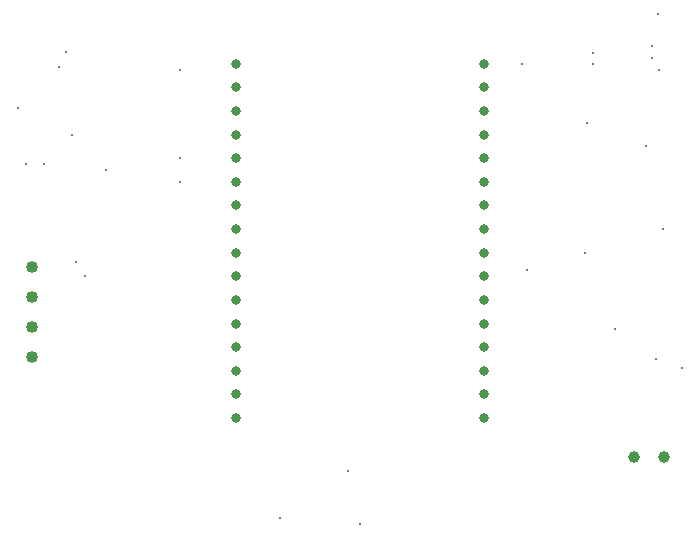
<source format=gbr>
%TF.GenerationSoftware,KiCad,Pcbnew,9.0.4*%
%TF.CreationDate,2025-10-31T15:20:24-04:00*%
%TF.ProjectId,Capstone Project Breakout Board 2,43617073-746f-46e6-9520-50726f6a6563,rev?*%
%TF.SameCoordinates,Original*%
%TF.FileFunction,Plated,1,2,PTH,Drill*%
%TF.FilePolarity,Positive*%
%FSLAX46Y46*%
G04 Gerber Fmt 4.6, Leading zero omitted, Abs format (unit mm)*
G04 Created by KiCad (PCBNEW 9.0.4) date 2025-10-31 15:20:24*
%MOMM*%
%LPD*%
G01*
G04 APERTURE LIST*
%TA.AperFunction,ViaDrill*%
%ADD10C,0.300000*%
%TD*%
%TA.AperFunction,ComponentDrill*%
%ADD11C,0.800000*%
%TD*%
%TA.AperFunction,ComponentDrill*%
%ADD12C,1.000000*%
%TD*%
%TA.AperFunction,ComponentDrill*%
%ADD13C,1.020000*%
%TD*%
G04 APERTURE END LIST*
D10*
X111100000Y-69250000D03*
X111750000Y-74000000D03*
X113250000Y-74000000D03*
X114500000Y-65750000D03*
X115100000Y-64500000D03*
X115600000Y-71500000D03*
X116000000Y-82250000D03*
X116750000Y-83500000D03*
X118500000Y-74500000D03*
X124750000Y-66000000D03*
X124750000Y-73500000D03*
X124750000Y-75500000D03*
X133250000Y-104000000D03*
X139000000Y-100000000D03*
X140000000Y-104500000D03*
X153712500Y-65500000D03*
X154175000Y-83000000D03*
X159075000Y-81500000D03*
X159212500Y-70500000D03*
X159712500Y-64600000D03*
X159712500Y-65500000D03*
X161575000Y-88000000D03*
X164212500Y-72500000D03*
X164712500Y-64000000D03*
X164712500Y-65000000D03*
X165075000Y-90526000D03*
X165212500Y-61300000D03*
X165312500Y-66000000D03*
X165712500Y-79500000D03*
X167250000Y-91250000D03*
D11*
%TO.C,J5*%
X129500000Y-65500000D03*
X129500000Y-67500000D03*
X129500000Y-69500000D03*
X129500000Y-71500000D03*
X129500000Y-73500000D03*
X129500000Y-75500000D03*
X129500000Y-77500000D03*
X129500000Y-79500000D03*
X129500000Y-81500000D03*
X129500000Y-83500000D03*
X129500000Y-85500000D03*
X129500000Y-87500000D03*
X129500000Y-89500000D03*
X129500000Y-91500000D03*
X129500000Y-93500000D03*
X129500000Y-95500000D03*
%TO.C,J6*%
X150500000Y-65500000D03*
X150500000Y-67500000D03*
X150500000Y-69500000D03*
X150500000Y-71500000D03*
X150500000Y-73500000D03*
X150500000Y-75500000D03*
X150500000Y-77500000D03*
X150500000Y-79500000D03*
X150500000Y-81500000D03*
X150500000Y-83500000D03*
X150500000Y-85500000D03*
X150500000Y-87500000D03*
X150500000Y-89500000D03*
X150500000Y-91500000D03*
X150500000Y-93500000D03*
X150500000Y-95500000D03*
D12*
%TO.C,J7*%
X163250000Y-98800000D03*
X165750000Y-98800000D03*
D13*
%TO.C,J2*%
X112250000Y-82710000D03*
X112250000Y-85250000D03*
X112250000Y-87790000D03*
X112250000Y-90330000D03*
M02*

</source>
